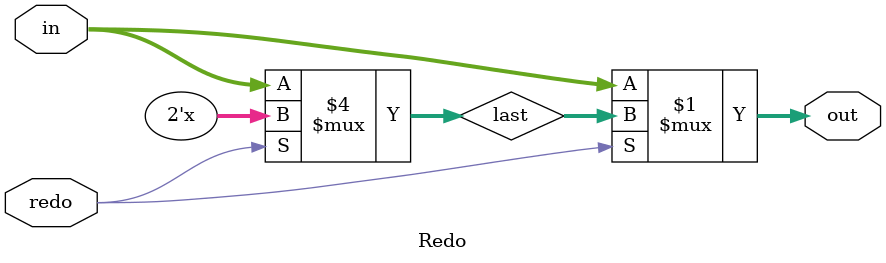
<source format=v>
module Redo(
    redo,
    in,
    out
    );

parameter size = 0;

input             redo;
input  [size-1:0] in;
output [size-1:0] out;

reg    [size-1:0] last;

assign out = (redo)? last : in;

always @(*) begin
    if(redo)
        last <= last; 
    else
        last <= in;
end

endmodule   

</source>
